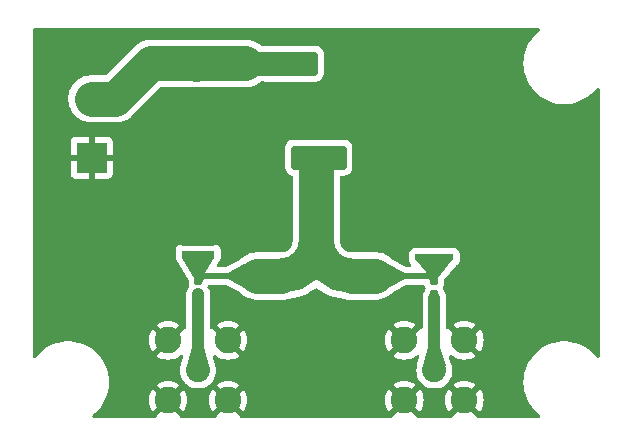
<source format=gbr>
%TF.GenerationSoftware,KiCad,Pcbnew,8.0.2*%
%TF.CreationDate,2025-01-11T01:21:35-03:00*%
%TF.ProjectId,LED,4c45442e-6b69-4636-9164-5f7063625858,rev?*%
%TF.SameCoordinates,Original*%
%TF.FileFunction,Copper,L1,Top*%
%TF.FilePolarity,Positive*%
%FSLAX46Y46*%
G04 Gerber Fmt 4.6, Leading zero omitted, Abs format (unit mm)*
G04 Created by KiCad (PCBNEW 8.0.2) date 2025-01-11 01:21:35*
%MOMM*%
%LPD*%
G01*
G04 APERTURE LIST*
G04 Aperture macros list*
%AMRoundRect*
0 Rectangle with rounded corners*
0 $1 Rounding radius*
0 $2 $3 $4 $5 $6 $7 $8 $9 X,Y pos of 4 corners*
0 Add a 4 corners polygon primitive as box body*
4,1,4,$2,$3,$4,$5,$6,$7,$8,$9,$2,$3,0*
0 Add four circle primitives for the rounded corners*
1,1,$1+$1,$2,$3*
1,1,$1+$1,$4,$5*
1,1,$1+$1,$6,$7*
1,1,$1+$1,$8,$9*
0 Add four rect primitives between the rounded corners*
20,1,$1+$1,$2,$3,$4,$5,0*
20,1,$1+$1,$4,$5,$6,$7,0*
20,1,$1+$1,$6,$7,$8,$9,0*
20,1,$1+$1,$8,$9,$2,$3,0*%
G04 Aperture macros list end*
%TA.AperFunction,SMDPad,CuDef*%
%ADD10R,2.800000X0.550000*%
%TD*%
%TA.AperFunction,SMDPad,CuDef*%
%ADD11R,2.800000X1.000000*%
%TD*%
%TA.AperFunction,SMDPad,CuDef*%
%ADD12RoundRect,0.250000X-2.100000X0.770000X-2.100000X-0.770000X2.100000X-0.770000X2.100000X0.770000X0*%
%TD*%
%TA.AperFunction,SMDPad,CuDef*%
%ADD13RoundRect,0.155000X0.155000X-0.212500X0.155000X0.212500X-0.155000X0.212500X-0.155000X-0.212500X0*%
%TD*%
%TA.AperFunction,SMDPad,CuDef*%
%ADD14R,3.302000X0.508000*%
%TD*%
%TA.AperFunction,SMDPad,CuDef*%
%ADD15R,3.302000X1.295400*%
%TD*%
%TA.AperFunction,ComponentPad*%
%ADD16R,2.600000X2.600000*%
%TD*%
%TA.AperFunction,ComponentPad*%
%ADD17C,2.600000*%
%TD*%
%TA.AperFunction,ComponentPad*%
%ADD18C,2.050000*%
%TD*%
%TA.AperFunction,ComponentPad*%
%ADD19C,2.250000*%
%TD*%
%TA.AperFunction,ViaPad*%
%ADD20C,0.600000*%
%TD*%
%TA.AperFunction,Conductor*%
%ADD21C,1.000000*%
%TD*%
%TA.AperFunction,Conductor*%
%ADD22C,3.000000*%
%TD*%
%TA.AperFunction,Conductor*%
%ADD23C,2.000000*%
%TD*%
%TA.AperFunction,Conductor*%
%ADD24C,0.500000*%
%TD*%
G04 APERTURE END LIST*
D10*
%TO.P,LED1,1,cathode*%
%TO.N,GND*%
X150000000Y-102875000D03*
D11*
%TO.P,LED1,2,thermal*%
X150000000Y-104000000D03*
D10*
%TO.P,LED1,3,anode*%
%TO.N,Net-(LED1-anode)*%
X150000000Y-105125000D03*
%TD*%
D12*
%TO.P,L1,1,1*%
%TO.N,Net-(LED1-anode)*%
X160210000Y-96980000D03*
%TO.P,L1,2,2*%
%TO.N,Net-(J3-Pin_2)*%
X157790000Y-89020000D03*
%TD*%
D13*
%TO.P,C2,1*%
%TO.N,Net-(J2-In)*%
X150000000Y-108567500D03*
%TO.P,C2,2*%
%TO.N,Net-(LED1-anode)*%
X150000000Y-107432500D03*
%TD*%
D14*
%TO.P,LED2,1,cathode*%
%TO.N,GND*%
X170000000Y-102603000D03*
D15*
%TO.P,LED2,2,thermal*%
X170000000Y-104000000D03*
D14*
%TO.P,LED2,3,anode*%
%TO.N,Net-(LED1-anode)*%
X170000000Y-105397000D03*
%TD*%
D13*
%TO.P,C1,1*%
%TO.N,Net-(J1-In)*%
X170000000Y-108567500D03*
%TO.P,C1,2*%
%TO.N,Net-(LED1-anode)*%
X170000000Y-107432500D03*
%TD*%
D16*
%TO.P,J3,1,Pin_1*%
%TO.N,GND*%
X141000000Y-97000000D03*
D17*
%TO.P,J3,2,Pin_2*%
%TO.N,Net-(J3-Pin_2)*%
X141000000Y-92000000D03*
%TD*%
D18*
%TO.P,J2,1,In*%
%TO.N,Net-(J2-In)*%
X150000000Y-115000000D03*
D19*
%TO.P,J2,2,Ext*%
%TO.N,GND*%
X152540000Y-117540000D03*
X147460000Y-117540000D03*
X152540000Y-112460000D03*
X147460000Y-112460000D03*
%TD*%
D18*
%TO.P,J1,1,In*%
%TO.N,Net-(J1-In)*%
X170000000Y-115000000D03*
D19*
%TO.P,J1,2,Ext*%
%TO.N,GND*%
X172540000Y-117540000D03*
X167460000Y-117540000D03*
X172540000Y-112460000D03*
X167460000Y-112460000D03*
%TD*%
D20*
%TO.N,GND*%
X152000000Y-102000000D03*
X171000000Y-102000000D03*
X175000000Y-103000000D03*
X166000000Y-104000000D03*
X148000000Y-101000000D03*
X173000000Y-104000000D03*
X150000000Y-100000000D03*
X165000000Y-103000000D03*
X174000000Y-105000000D03*
X145000000Y-106000000D03*
X148000000Y-102000000D03*
X151000000Y-101000000D03*
X171000000Y-100000000D03*
X172000000Y-103000000D03*
X147000000Y-104000000D03*
X149000000Y-102000000D03*
X148000000Y-103000000D03*
X168000000Y-102000000D03*
X173000000Y-105000000D03*
X146000000Y-105000000D03*
X146000000Y-102000000D03*
X166000000Y-103000000D03*
X167000000Y-104000000D03*
X147000000Y-103000000D03*
X170000000Y-100000000D03*
X145000000Y-104000000D03*
X174000000Y-102000000D03*
X175000000Y-104000000D03*
X169000000Y-100000000D03*
X153000000Y-105000000D03*
X154000000Y-102000000D03*
X150000000Y-104000000D03*
X167000000Y-103000000D03*
X173000000Y-106000000D03*
X147000000Y-101000000D03*
X169000000Y-104000000D03*
X167000000Y-101000000D03*
X146000000Y-104000000D03*
X171000000Y-101000000D03*
X170000000Y-102000000D03*
X148000000Y-100000000D03*
X168000000Y-100000000D03*
X155000000Y-103000000D03*
X146000000Y-106000000D03*
X173000000Y-101000000D03*
X150000000Y-102000000D03*
X152000000Y-100000000D03*
X167000000Y-102000000D03*
X170000000Y-101000000D03*
X166000000Y-102000000D03*
X149000000Y-101000000D03*
X168000000Y-101000000D03*
X169000000Y-102000000D03*
X174000000Y-103000000D03*
X169000000Y-101000000D03*
X149000000Y-104000000D03*
X150000000Y-101000000D03*
X174000000Y-104000000D03*
X145000000Y-103000000D03*
X149000000Y-100000000D03*
X173000000Y-102000000D03*
X152000000Y-104000000D03*
X168000000Y-103000000D03*
X172000000Y-102000000D03*
X175000000Y-105000000D03*
X171000000Y-104000000D03*
X147000000Y-102000000D03*
X167000000Y-105000000D03*
X174000000Y-106000000D03*
X172000000Y-101000000D03*
X151000000Y-102000000D03*
X151000000Y-104000000D03*
X152000000Y-101000000D03*
X147000000Y-105000000D03*
X153000000Y-101000000D03*
X152000000Y-103000000D03*
X147000000Y-106000000D03*
X153000000Y-103000000D03*
X151000000Y-100000000D03*
X165000000Y-104000000D03*
X153000000Y-102000000D03*
X148000000Y-104000000D03*
X173000000Y-103000000D03*
X154000000Y-103000000D03*
X153000000Y-104000000D03*
X170000000Y-104000000D03*
X146000000Y-103000000D03*
X145000000Y-105000000D03*
X175000000Y-106000000D03*
X155000000Y-104000000D03*
X154000000Y-104000000D03*
X172000000Y-100000000D03*
X168000000Y-104000000D03*
X172000000Y-104000000D03*
%TD*%
D21*
%TO.N,Net-(J1-In)*%
X170000000Y-115000000D02*
X170000000Y-108862500D01*
%TO.N,Net-(J2-In)*%
X150000000Y-108567500D02*
X150000000Y-115000000D01*
D22*
%TO.N,Net-(J3-Pin_2)*%
X149805001Y-89000000D02*
X149785001Y-89020000D01*
X146000000Y-89000000D02*
X143000000Y-92000000D01*
D23*
X154000000Y-89000000D02*
X154020000Y-89020000D01*
D22*
X154000000Y-89000000D02*
X149805001Y-89000000D01*
X143000000Y-92000000D02*
X141000000Y-92000000D01*
X149785001Y-89020000D02*
X149765001Y-89000000D01*
X149765001Y-89000000D02*
X146000000Y-89000000D01*
D23*
X154020000Y-89020000D02*
X157790000Y-89020000D01*
%TO.N,Net-(LED1-anode)*%
X160210000Y-97790000D02*
X160000000Y-98000000D01*
D22*
X157000000Y-107000000D02*
X155000781Y-107000000D01*
X163000000Y-107000000D02*
X165000000Y-107000000D01*
D24*
X155000000Y-107000781D02*
X150375663Y-107000781D01*
D22*
X160000000Y-98000000D02*
X160000000Y-104000000D01*
X155000781Y-107000000D02*
X155000000Y-107000781D01*
D24*
X165000000Y-107000000D02*
X169567500Y-107000000D01*
D23*
X160210000Y-96980000D02*
X160210000Y-97790000D01*
D24*
X150375663Y-107000781D02*
G75*
G03*
X149999962Y-107432500I62837J-434019D01*
G01*
X169567500Y-107000000D02*
G75*
G02*
X170000000Y-107432500I0J-432500D01*
G01*
D22*
X160000000Y-104000000D02*
G75*
G02*
X157000000Y-107000000I-3000000J0D01*
G01*
X160000000Y-104000000D02*
G75*
G03*
X163000000Y-107000000I3000000J0D01*
G01*
%TD*%
%TA.AperFunction,Conductor*%
%TO.N,Net-(LED1-anode)*%
G36*
X151347278Y-105414352D02*
G01*
X151361630Y-105449000D01*
X151354441Y-105474551D01*
X150314330Y-107176551D01*
X150284016Y-107198632D01*
X150272519Y-107200000D01*
X149727481Y-107200000D01*
X149692833Y-107185648D01*
X149685670Y-107176551D01*
X148645559Y-105474551D01*
X148639738Y-105437503D01*
X148661819Y-105407189D01*
X148687370Y-105400000D01*
X151312630Y-105400000D01*
X151347278Y-105414352D01*
G37*
%TD.AperFunction*%
%TD*%
%TA.AperFunction,Conductor*%
%TO.N,Net-(LED1-anode)*%
G36*
X171531700Y-105614352D02*
G01*
X171546052Y-105649000D01*
X171535082Y-105679899D01*
X170314707Y-107181899D01*
X170281719Y-107199740D01*
X170276677Y-107200000D01*
X169723323Y-107200000D01*
X169688675Y-107185648D01*
X169685293Y-107181899D01*
X168464918Y-105679899D01*
X168454208Y-105643958D01*
X168472049Y-105610970D01*
X168502948Y-105600000D01*
X171497052Y-105600000D01*
X171531700Y-105614352D01*
G37*
%TD.AperFunction*%
%TD*%
%TA.AperFunction,Conductor*%
%TO.N,GND*%
G36*
X178877052Y-86019962D02*
G01*
X178931590Y-86074500D01*
X178951552Y-86149000D01*
X178931590Y-86223500D01*
X178892723Y-86267618D01*
X178762912Y-86366297D01*
X178491275Y-86623604D01*
X178249039Y-86908787D01*
X178249038Y-86908788D01*
X178039071Y-87218469D01*
X178039070Y-87218470D01*
X177863815Y-87549036D01*
X177863811Y-87549043D01*
X177725320Y-87896631D01*
X177625221Y-88257151D01*
X177625220Y-88257156D01*
X177564689Y-88626386D01*
X177564688Y-88626396D01*
X177544432Y-88999991D01*
X177544432Y-89000008D01*
X177564688Y-89373603D01*
X177564689Y-89373613D01*
X177625220Y-89742843D01*
X177625221Y-89742848D01*
X177725320Y-90103368D01*
X177863811Y-90450956D01*
X177863815Y-90450963D01*
X178039070Y-90781529D01*
X178039071Y-90781530D01*
X178249038Y-91091211D01*
X178249039Y-91091212D01*
X178249043Y-91091217D01*
X178249046Y-91091221D01*
X178305031Y-91157131D01*
X178491275Y-91376395D01*
X178762912Y-91633702D01*
X179060778Y-91860135D01*
X179381377Y-92053033D01*
X179381381Y-92053035D01*
X179381383Y-92053036D01*
X179720962Y-92210142D01*
X180075538Y-92329613D01*
X180440951Y-92410046D01*
X180812919Y-92450500D01*
X180812928Y-92450500D01*
X181187072Y-92450500D01*
X181187081Y-92450500D01*
X181559049Y-92410046D01*
X181924462Y-92329613D01*
X182279038Y-92210142D01*
X182618617Y-92053036D01*
X182939220Y-91860136D01*
X183237087Y-91633703D01*
X183508727Y-91376392D01*
X183737438Y-91107132D01*
X183800882Y-91063275D01*
X183877756Y-91057015D01*
X183947460Y-91090031D01*
X183991318Y-91153475D01*
X184000000Y-91203593D01*
X184000000Y-113796406D01*
X183980038Y-113870906D01*
X183925500Y-113925444D01*
X183851000Y-113945406D01*
X183776500Y-113925444D01*
X183737438Y-113892867D01*
X183698073Y-113846523D01*
X183508727Y-113623608D01*
X183237087Y-113366297D01*
X183035771Y-113213260D01*
X182939221Y-113139864D01*
X182618622Y-112946966D01*
X182279038Y-112789858D01*
X181924466Y-112670388D01*
X181924463Y-112670387D01*
X181924462Y-112670387D01*
X181795860Y-112642079D01*
X181559050Y-112589954D01*
X181187081Y-112549500D01*
X180812919Y-112549500D01*
X180812918Y-112549500D01*
X180440949Y-112589954D01*
X180440948Y-112589954D01*
X180075533Y-112670388D01*
X179720961Y-112789858D01*
X179381377Y-112946966D01*
X179060778Y-113139864D01*
X178762912Y-113366297D01*
X178491275Y-113623604D01*
X178249039Y-113908787D01*
X178249038Y-113908788D01*
X178039071Y-114218469D01*
X178039070Y-114218470D01*
X177863815Y-114549036D01*
X177863811Y-114549043D01*
X177725320Y-114896631D01*
X177625221Y-115257151D01*
X177625220Y-115257156D01*
X177564689Y-115626386D01*
X177564688Y-115626396D01*
X177544432Y-115999991D01*
X177544432Y-116000008D01*
X177564688Y-116373603D01*
X177564689Y-116373613D01*
X177625220Y-116742843D01*
X177625221Y-116742848D01*
X177725320Y-117103368D01*
X177863811Y-117450956D01*
X177863815Y-117450963D01*
X178039070Y-117781529D01*
X178039071Y-117781530D01*
X178249038Y-118091211D01*
X178249039Y-118091212D01*
X178249043Y-118091217D01*
X178249046Y-118091221D01*
X178305031Y-118157131D01*
X178491275Y-118376395D01*
X178762912Y-118633702D01*
X178892723Y-118732382D01*
X178939951Y-118793360D01*
X178950364Y-118869782D01*
X178921170Y-118941171D01*
X178860192Y-118988399D01*
X178802552Y-119000000D01*
X173651202Y-119000000D01*
X173576702Y-118980038D01*
X173522164Y-118925500D01*
X173503943Y-118857498D01*
X172940561Y-118294115D01*
X172942626Y-118293260D01*
X173081844Y-118200238D01*
X173200238Y-118081844D01*
X173293260Y-117942626D01*
X173294115Y-117940560D01*
X173855466Y-118501911D01*
X173858719Y-118498102D01*
X173858722Y-118498098D01*
X173992361Y-118280018D01*
X173992364Y-118280013D01*
X174090244Y-118043707D01*
X174149955Y-117794997D01*
X174170024Y-117540000D01*
X174149955Y-117285002D01*
X174090244Y-117036292D01*
X173992365Y-116799988D01*
X173858717Y-116581893D01*
X173858713Y-116581888D01*
X173855466Y-116578087D01*
X173294114Y-117139437D01*
X173293260Y-117137374D01*
X173200238Y-116998156D01*
X173081844Y-116879762D01*
X172942626Y-116786740D01*
X172940560Y-116785884D01*
X173501912Y-116224533D01*
X173501911Y-116224532D01*
X173498107Y-116221283D01*
X173280018Y-116087638D01*
X173280013Y-116087635D01*
X173043707Y-115989755D01*
X172794997Y-115930044D01*
X172540000Y-115909975D01*
X172285002Y-115930044D01*
X172036292Y-115989755D01*
X171799986Y-116087635D01*
X171799981Y-116087638D01*
X171581897Y-116221279D01*
X171581896Y-116221280D01*
X171578087Y-116224532D01*
X171578087Y-116224533D01*
X172139438Y-116785884D01*
X172137374Y-116786740D01*
X171998156Y-116879762D01*
X171879762Y-116998156D01*
X171786740Y-117137374D01*
X171785884Y-117139438D01*
X171224533Y-116578087D01*
X171224532Y-116578087D01*
X171221280Y-116581896D01*
X171221279Y-116581897D01*
X171087638Y-116799981D01*
X171087635Y-116799986D01*
X170989755Y-117036292D01*
X170930044Y-117285002D01*
X170909975Y-117540000D01*
X170930044Y-117794997D01*
X170989755Y-118043707D01*
X171087635Y-118280013D01*
X171087638Y-118280018D01*
X171221283Y-118498107D01*
X171224532Y-118501911D01*
X171224533Y-118501912D01*
X171785884Y-117940560D01*
X171786740Y-117942626D01*
X171879762Y-118081844D01*
X171998156Y-118200238D01*
X172137374Y-118293260D01*
X172139438Y-118294114D01*
X171574545Y-118859008D01*
X171560662Y-118920373D01*
X171508309Y-118977011D01*
X171434651Y-118999885D01*
X171428797Y-119000000D01*
X168571202Y-119000000D01*
X168496702Y-118980038D01*
X168442164Y-118925500D01*
X168423943Y-118857498D01*
X167860561Y-118294115D01*
X167862626Y-118293260D01*
X168001844Y-118200238D01*
X168120238Y-118081844D01*
X168213260Y-117942626D01*
X168214115Y-117940560D01*
X168775466Y-118501911D01*
X168778719Y-118498102D01*
X168778722Y-118498098D01*
X168912361Y-118280018D01*
X168912364Y-118280013D01*
X169010244Y-118043707D01*
X169069955Y-117794997D01*
X169090024Y-117540000D01*
X169069955Y-117285002D01*
X169010244Y-117036292D01*
X168912365Y-116799988D01*
X168778717Y-116581893D01*
X168778713Y-116581888D01*
X168775466Y-116578087D01*
X168214114Y-117139437D01*
X168213260Y-117137374D01*
X168120238Y-116998156D01*
X168001844Y-116879762D01*
X167862626Y-116786740D01*
X167860560Y-116785884D01*
X168421912Y-116224533D01*
X168421911Y-116224532D01*
X168418107Y-116221283D01*
X168200018Y-116087638D01*
X168200013Y-116087635D01*
X167963707Y-115989755D01*
X167714997Y-115930044D01*
X167460000Y-115909975D01*
X167205002Y-115930044D01*
X166956292Y-115989755D01*
X166719986Y-116087635D01*
X166719981Y-116087638D01*
X166501897Y-116221279D01*
X166501896Y-116221280D01*
X166498087Y-116224532D01*
X166498087Y-116224533D01*
X167059438Y-116785884D01*
X167057374Y-116786740D01*
X166918156Y-116879762D01*
X166799762Y-116998156D01*
X166706740Y-117137374D01*
X166705884Y-117139438D01*
X166144533Y-116578087D01*
X166144532Y-116578087D01*
X166141280Y-116581896D01*
X166141279Y-116581897D01*
X166007638Y-116799981D01*
X166007635Y-116799986D01*
X165909755Y-117036292D01*
X165850044Y-117285002D01*
X165829975Y-117540000D01*
X165850044Y-117794997D01*
X165909755Y-118043707D01*
X166007635Y-118280013D01*
X166007638Y-118280018D01*
X166141283Y-118498107D01*
X166144532Y-118501911D01*
X166144533Y-118501912D01*
X166705884Y-117940560D01*
X166706740Y-117942626D01*
X166799762Y-118081844D01*
X166918156Y-118200238D01*
X167057374Y-118293260D01*
X167059438Y-118294114D01*
X166494545Y-118859008D01*
X166480662Y-118920373D01*
X166428309Y-118977011D01*
X166354651Y-118999885D01*
X166348797Y-119000000D01*
X153651202Y-119000000D01*
X153576702Y-118980038D01*
X153522164Y-118925500D01*
X153503943Y-118857498D01*
X152940561Y-118294115D01*
X152942626Y-118293260D01*
X153081844Y-118200238D01*
X153200238Y-118081844D01*
X153293260Y-117942626D01*
X153294115Y-117940560D01*
X153855466Y-118501911D01*
X153858719Y-118498102D01*
X153858722Y-118498098D01*
X153992361Y-118280018D01*
X153992364Y-118280013D01*
X154090244Y-118043707D01*
X154149955Y-117794997D01*
X154170024Y-117540000D01*
X154149955Y-117285002D01*
X154090244Y-117036292D01*
X153992365Y-116799988D01*
X153858717Y-116581893D01*
X153858713Y-116581888D01*
X153855466Y-116578087D01*
X153294114Y-117139437D01*
X153293260Y-117137374D01*
X153200238Y-116998156D01*
X153081844Y-116879762D01*
X152942626Y-116786740D01*
X152940560Y-116785884D01*
X153501912Y-116224533D01*
X153501911Y-116224532D01*
X153498107Y-116221283D01*
X153280018Y-116087638D01*
X153280013Y-116087635D01*
X153043707Y-115989755D01*
X152794997Y-115930044D01*
X152540000Y-115909975D01*
X152285002Y-115930044D01*
X152036292Y-115989755D01*
X151799986Y-116087635D01*
X151799981Y-116087638D01*
X151581897Y-116221279D01*
X151581896Y-116221280D01*
X151578087Y-116224532D01*
X151578087Y-116224533D01*
X152139438Y-116785884D01*
X152137374Y-116786740D01*
X151998156Y-116879762D01*
X151879762Y-116998156D01*
X151786740Y-117137374D01*
X151785884Y-117139438D01*
X151224533Y-116578087D01*
X151224532Y-116578087D01*
X151221280Y-116581896D01*
X151221279Y-116581897D01*
X151087638Y-116799981D01*
X151087635Y-116799986D01*
X150989755Y-117036292D01*
X150930044Y-117285002D01*
X150909975Y-117540000D01*
X150930044Y-117794997D01*
X150989755Y-118043707D01*
X151087635Y-118280013D01*
X151087638Y-118280018D01*
X151221283Y-118498107D01*
X151224532Y-118501911D01*
X151224533Y-118501912D01*
X151785884Y-117940560D01*
X151786740Y-117942626D01*
X151879762Y-118081844D01*
X151998156Y-118200238D01*
X152137374Y-118293260D01*
X152139438Y-118294114D01*
X151574545Y-118859008D01*
X151560662Y-118920373D01*
X151508309Y-118977011D01*
X151434651Y-118999885D01*
X151428797Y-119000000D01*
X148571202Y-119000000D01*
X148496702Y-118980038D01*
X148442164Y-118925500D01*
X148423943Y-118857498D01*
X147860561Y-118294115D01*
X147862626Y-118293260D01*
X148001844Y-118200238D01*
X148120238Y-118081844D01*
X148213260Y-117942626D01*
X148214115Y-117940560D01*
X148775466Y-118501911D01*
X148778719Y-118498102D01*
X148778722Y-118498098D01*
X148912361Y-118280018D01*
X148912364Y-118280013D01*
X149010244Y-118043707D01*
X149069955Y-117794997D01*
X149090024Y-117540000D01*
X149069955Y-117285002D01*
X149010244Y-117036292D01*
X148912365Y-116799988D01*
X148778717Y-116581893D01*
X148778713Y-116581888D01*
X148775466Y-116578087D01*
X148214114Y-117139437D01*
X148213260Y-117137374D01*
X148120238Y-116998156D01*
X148001844Y-116879762D01*
X147862626Y-116786740D01*
X147860560Y-116785884D01*
X148421912Y-116224533D01*
X148421911Y-116224532D01*
X148418107Y-116221283D01*
X148200018Y-116087638D01*
X148200013Y-116087635D01*
X147963707Y-115989755D01*
X147714997Y-115930044D01*
X147460000Y-115909975D01*
X147205002Y-115930044D01*
X146956292Y-115989755D01*
X146719986Y-116087635D01*
X146719981Y-116087638D01*
X146501897Y-116221279D01*
X146501896Y-116221280D01*
X146498087Y-116224532D01*
X146498087Y-116224533D01*
X147059438Y-116785884D01*
X147057374Y-116786740D01*
X146918156Y-116879762D01*
X146799762Y-116998156D01*
X146706740Y-117137374D01*
X146705884Y-117139438D01*
X146144533Y-116578087D01*
X146144532Y-116578087D01*
X146141280Y-116581896D01*
X146141279Y-116581897D01*
X146007638Y-116799981D01*
X146007635Y-116799986D01*
X145909755Y-117036292D01*
X145850044Y-117285002D01*
X145829975Y-117540000D01*
X145850044Y-117794997D01*
X145909755Y-118043707D01*
X146007635Y-118280013D01*
X146007638Y-118280018D01*
X146141283Y-118498107D01*
X146144532Y-118501911D01*
X146144533Y-118501912D01*
X146705884Y-117940560D01*
X146706740Y-117942626D01*
X146799762Y-118081844D01*
X146918156Y-118200238D01*
X147057374Y-118293260D01*
X147059438Y-118294114D01*
X146494545Y-118859008D01*
X146480662Y-118920373D01*
X146428309Y-118977011D01*
X146354651Y-118999885D01*
X146348797Y-119000000D01*
X141197448Y-119000000D01*
X141122948Y-118980038D01*
X141068410Y-118925500D01*
X141048448Y-118851000D01*
X141068410Y-118776500D01*
X141107277Y-118732382D01*
X141237087Y-118633703D01*
X141508727Y-118376392D01*
X141750954Y-118091221D01*
X141960928Y-117781531D01*
X142136189Y-117450955D01*
X142274680Y-117103368D01*
X142374779Y-116742845D01*
X142435311Y-116373613D01*
X142449347Y-116114734D01*
X142455568Y-116000008D01*
X142455568Y-115999991D01*
X142439015Y-115694700D01*
X142435311Y-115626387D01*
X142374779Y-115257155D01*
X142274680Y-114896632D01*
X142136189Y-114549045D01*
X142024745Y-114338840D01*
X141960929Y-114218470D01*
X141960928Y-114218469D01*
X141750961Y-113908788D01*
X141750960Y-113908787D01*
X141750957Y-113908783D01*
X141750954Y-113908779D01*
X141587923Y-113716845D01*
X141508724Y-113623604D01*
X141237087Y-113366297D01*
X140939221Y-113139864D01*
X140618622Y-112946966D01*
X140279038Y-112789858D01*
X139924466Y-112670388D01*
X139924463Y-112670387D01*
X139924462Y-112670387D01*
X139795860Y-112642079D01*
X139559050Y-112589954D01*
X139187081Y-112549500D01*
X138812919Y-112549500D01*
X138812918Y-112549500D01*
X138440949Y-112589954D01*
X138440948Y-112589954D01*
X138075533Y-112670388D01*
X137720961Y-112789858D01*
X137381377Y-112946966D01*
X137060778Y-113139864D01*
X136762912Y-113366297D01*
X136491275Y-113623605D01*
X136262562Y-113892867D01*
X136199117Y-113936724D01*
X136122244Y-113942984D01*
X136052539Y-113909968D01*
X136008682Y-113846523D01*
X136000000Y-113796406D01*
X136000000Y-112460000D01*
X145829975Y-112460000D01*
X145850044Y-112714997D01*
X145909755Y-112963707D01*
X146007635Y-113200013D01*
X146007638Y-113200018D01*
X146141283Y-113418107D01*
X146144532Y-113421911D01*
X146144533Y-113421912D01*
X146705884Y-112860560D01*
X146706740Y-112862626D01*
X146799762Y-113001844D01*
X146918156Y-113120238D01*
X147057374Y-113213260D01*
X147059438Y-113214114D01*
X146498087Y-113775466D01*
X146498087Y-113775467D01*
X146501888Y-113778713D01*
X146501893Y-113778717D01*
X146719988Y-113912365D01*
X146956292Y-114010244D01*
X147205002Y-114069955D01*
X147460000Y-114090024D01*
X147714997Y-114069955D01*
X147963707Y-114010244D01*
X148200011Y-113912365D01*
X148418103Y-113778719D01*
X148490546Y-113716846D01*
X148560160Y-113683641D01*
X148637051Y-113689692D01*
X148700615Y-113733377D01*
X148733820Y-113802991D01*
X148731027Y-113869488D01*
X148568188Y-114464320D01*
X148567023Y-114468972D01*
X148560148Y-114489783D01*
X148544675Y-114527140D01*
X148488625Y-114760610D01*
X148488623Y-114760617D01*
X148469783Y-115000000D01*
X148488623Y-115239382D01*
X148488625Y-115239389D01*
X148544673Y-115472851D01*
X148544676Y-115472860D01*
X148636564Y-115694698D01*
X148636565Y-115694700D01*
X148762029Y-115899441D01*
X148847915Y-116000000D01*
X148917973Y-116082027D01*
X149009267Y-116159999D01*
X149100558Y-116237970D01*
X149100560Y-116237971D01*
X149100561Y-116237972D01*
X149305296Y-116363433D01*
X149527137Y-116455323D01*
X149527144Y-116455324D01*
X149527148Y-116455326D01*
X149643879Y-116483350D01*
X149760621Y-116511377D01*
X150000000Y-116530217D01*
X150239379Y-116511377D01*
X150472863Y-116455323D01*
X150694704Y-116363433D01*
X150899439Y-116237972D01*
X151082027Y-116082027D01*
X151237972Y-115899439D01*
X151363433Y-115694704D01*
X151455323Y-115472863D01*
X151511377Y-115239379D01*
X151530217Y-115000000D01*
X151511377Y-114760621D01*
X151455323Y-114527137D01*
X151439747Y-114489535D01*
X151433635Y-114469356D01*
X151433221Y-114469470D01*
X151279730Y-113908787D01*
X151268970Y-113869486D01*
X151268553Y-113792360D01*
X151306755Y-113725358D01*
X151373341Y-113686433D01*
X151450468Y-113686015D01*
X151509451Y-113716845D01*
X151581892Y-113778716D01*
X151799988Y-113912365D01*
X152036292Y-114010244D01*
X152285002Y-114069955D01*
X152540000Y-114090024D01*
X152794997Y-114069955D01*
X153043707Y-114010244D01*
X153280013Y-113912364D01*
X153280018Y-113912361D01*
X153498098Y-113778722D01*
X153498102Y-113778719D01*
X153501911Y-113775466D01*
X152940561Y-113214115D01*
X152942626Y-113213260D01*
X153081844Y-113120238D01*
X153200238Y-113001844D01*
X153293260Y-112862626D01*
X153294115Y-112860560D01*
X153855466Y-113421911D01*
X153858719Y-113418102D01*
X153858722Y-113418098D01*
X153992361Y-113200018D01*
X153992364Y-113200013D01*
X154090244Y-112963707D01*
X154149955Y-112714997D01*
X154170024Y-112460000D01*
X154149955Y-112205002D01*
X154090244Y-111956292D01*
X153992365Y-111719988D01*
X153858717Y-111501893D01*
X153858713Y-111501888D01*
X153855466Y-111498087D01*
X153294114Y-112059437D01*
X153293260Y-112057374D01*
X153200238Y-111918156D01*
X153081844Y-111799762D01*
X152942626Y-111706740D01*
X152940560Y-111705884D01*
X153501912Y-111144533D01*
X153501911Y-111144532D01*
X153498107Y-111141283D01*
X153280018Y-111007638D01*
X153280013Y-111007635D01*
X153043707Y-110909755D01*
X152794997Y-110850044D01*
X152540000Y-110829975D01*
X152285002Y-110850044D01*
X152036292Y-110909755D01*
X151799986Y-111007635D01*
X151799981Y-111007638D01*
X151581897Y-111141279D01*
X151581896Y-111141280D01*
X151578087Y-111144532D01*
X151578087Y-111144533D01*
X152139438Y-111705884D01*
X152137374Y-111706740D01*
X151998156Y-111799762D01*
X151879762Y-111918156D01*
X151786740Y-112057374D01*
X151785884Y-112059438D01*
X151224533Y-111498087D01*
X151159400Y-111500653D01*
X151159377Y-111500085D01*
X151122369Y-111503004D01*
X151052749Y-111469810D01*
X151009054Y-111406254D01*
X151000500Y-111356495D01*
X151000500Y-108468960D01*
X150984273Y-108387384D01*
X150962051Y-108275665D01*
X150886632Y-108093586D01*
X150885973Y-108092600D01*
X150825200Y-108001647D01*
X150812781Y-107983061D01*
X150787989Y-107910027D01*
X150803036Y-107834381D01*
X150853889Y-107776393D01*
X150926924Y-107751600D01*
X150936670Y-107751281D01*
X152327867Y-107751281D01*
X152398001Y-107768819D01*
X153401129Y-108303978D01*
X153537915Y-108376952D01*
X153573140Y-108403055D01*
X153678149Y-108508064D01*
X153886198Y-108667705D01*
X154113303Y-108798824D01*
X154249130Y-108855085D01*
X154355572Y-108899176D01*
X154355576Y-108899177D01*
X154355581Y-108899179D01*
X154608884Y-108967052D01*
X154608890Y-108967052D01*
X154608891Y-108967053D01*
X154679579Y-108976358D01*
X154868880Y-109001280D01*
X155131120Y-109001280D01*
X155135987Y-109000961D01*
X155136003Y-109001208D01*
X155146810Y-109000500D01*
X157206818Y-109000500D01*
X157206822Y-109000500D01*
X157619054Y-108966341D01*
X158027057Y-108898258D01*
X158428044Y-108796714D01*
X158819276Y-108662404D01*
X159198080Y-108496245D01*
X159561869Y-108299372D01*
X159908159Y-108073130D01*
X159908470Y-108072888D01*
X159908538Y-108072859D01*
X159910669Y-108071338D01*
X159911009Y-108071815D01*
X159979518Y-108042874D01*
X160056055Y-108052406D01*
X160089189Y-108071536D01*
X160089331Y-108071338D01*
X160091383Y-108072803D01*
X160091530Y-108072888D01*
X160091841Y-108073130D01*
X160438131Y-108299372D01*
X160801920Y-108496245D01*
X161180724Y-108662404D01*
X161571956Y-108796714D01*
X161972943Y-108898258D01*
X162380946Y-108966341D01*
X162793178Y-109000500D01*
X162793182Y-109000500D01*
X165131122Y-109000500D01*
X165131122Y-109000499D01*
X165391108Y-108966271D01*
X165391110Y-108966271D01*
X165391111Y-108966270D01*
X165391116Y-108966270D01*
X165644415Y-108898399D01*
X165644416Y-108898399D01*
X165644417Y-108898398D01*
X165644419Y-108898398D01*
X165886697Y-108798043D01*
X166113803Y-108666924D01*
X166321851Y-108507282D01*
X166424741Y-108404390D01*
X166459918Y-108378313D01*
X167602965Y-107768059D01*
X167673139Y-107750500D01*
X169081174Y-107750500D01*
X169155674Y-107770462D01*
X169210212Y-107825000D01*
X169224258Y-107857930D01*
X169238630Y-107907400D01*
X169248538Y-107924153D01*
X169269279Y-107998440D01*
X169250098Y-108073145D01*
X169248538Y-108075847D01*
X169238630Y-108092599D01*
X169190300Y-108258953D01*
X169188612Y-108258462D01*
X169170599Y-108302932D01*
X169113373Y-108388576D01*
X169113364Y-108388594D01*
X169037949Y-108570663D01*
X169037948Y-108570665D01*
X168999500Y-108763960D01*
X168999500Y-111356511D01*
X168979538Y-111431011D01*
X168925000Y-111485549D01*
X168850500Y-111505511D01*
X168830933Y-111500268D01*
X168775466Y-111498087D01*
X168214114Y-112059438D01*
X168213260Y-112057374D01*
X168120238Y-111918156D01*
X168001844Y-111799762D01*
X167862626Y-111706740D01*
X167860560Y-111705884D01*
X168421912Y-111144533D01*
X168421911Y-111144532D01*
X168418107Y-111141283D01*
X168200018Y-111007638D01*
X168200013Y-111007635D01*
X167963707Y-110909755D01*
X167714997Y-110850044D01*
X167460000Y-110829975D01*
X167205002Y-110850044D01*
X166956292Y-110909755D01*
X166719986Y-111007635D01*
X166719981Y-111007638D01*
X166501897Y-111141279D01*
X166501896Y-111141280D01*
X166498087Y-111144532D01*
X166498087Y-111144533D01*
X167059438Y-111705884D01*
X167057374Y-111706740D01*
X166918156Y-111799762D01*
X166799762Y-111918156D01*
X166706740Y-112057374D01*
X166705884Y-112059438D01*
X166144533Y-111498087D01*
X166144532Y-111498087D01*
X166141280Y-111501896D01*
X166141279Y-111501897D01*
X166007638Y-111719981D01*
X166007635Y-111719986D01*
X165909755Y-111956292D01*
X165850044Y-112205002D01*
X165829975Y-112460000D01*
X165850044Y-112714997D01*
X165909755Y-112963707D01*
X166007635Y-113200013D01*
X166007638Y-113200018D01*
X166141283Y-113418107D01*
X166144532Y-113421911D01*
X166144533Y-113421912D01*
X166705884Y-112860560D01*
X166706740Y-112862626D01*
X166799762Y-113001844D01*
X166918156Y-113120238D01*
X167057374Y-113213260D01*
X167059438Y-113214114D01*
X166498087Y-113775466D01*
X166498087Y-113775467D01*
X166501888Y-113778713D01*
X166501893Y-113778717D01*
X166719988Y-113912365D01*
X166956292Y-114010244D01*
X167205002Y-114069955D01*
X167460000Y-114090024D01*
X167714997Y-114069955D01*
X167963707Y-114010244D01*
X168200011Y-113912365D01*
X168418103Y-113778719D01*
X168490546Y-113716846D01*
X168560160Y-113683641D01*
X168637051Y-113689692D01*
X168700615Y-113733377D01*
X168733820Y-113802991D01*
X168731027Y-113869488D01*
X168568188Y-114464320D01*
X168567023Y-114468972D01*
X168560148Y-114489783D01*
X168544675Y-114527140D01*
X168488625Y-114760610D01*
X168488623Y-114760617D01*
X168469783Y-115000000D01*
X168488623Y-115239382D01*
X168488625Y-115239389D01*
X168544673Y-115472851D01*
X168544676Y-115472860D01*
X168636564Y-115694698D01*
X168636565Y-115694700D01*
X168762029Y-115899441D01*
X168847915Y-116000000D01*
X168917973Y-116082027D01*
X169009267Y-116159999D01*
X169100558Y-116237970D01*
X169100560Y-116237971D01*
X169100561Y-116237972D01*
X169305296Y-116363433D01*
X169527137Y-116455323D01*
X169527144Y-116455324D01*
X169527148Y-116455326D01*
X169643879Y-116483350D01*
X169760621Y-116511377D01*
X170000000Y-116530217D01*
X170239379Y-116511377D01*
X170472863Y-116455323D01*
X170694704Y-116363433D01*
X170899439Y-116237972D01*
X171082027Y-116082027D01*
X171237972Y-115899439D01*
X171363433Y-115694704D01*
X171455323Y-115472863D01*
X171511377Y-115239379D01*
X171530217Y-115000000D01*
X171511377Y-114760621D01*
X171455323Y-114527137D01*
X171439747Y-114489535D01*
X171433635Y-114469356D01*
X171433221Y-114469470D01*
X171279730Y-113908787D01*
X171268970Y-113869486D01*
X171268553Y-113792360D01*
X171306755Y-113725358D01*
X171373341Y-113686433D01*
X171450468Y-113686015D01*
X171509451Y-113716845D01*
X171581892Y-113778716D01*
X171799988Y-113912365D01*
X172036292Y-114010244D01*
X172285002Y-114069955D01*
X172540000Y-114090024D01*
X172794997Y-114069955D01*
X173043707Y-114010244D01*
X173280013Y-113912364D01*
X173280018Y-113912361D01*
X173498098Y-113778722D01*
X173498102Y-113778719D01*
X173501911Y-113775466D01*
X172940561Y-113214115D01*
X172942626Y-113213260D01*
X173081844Y-113120238D01*
X173200238Y-113001844D01*
X173293260Y-112862626D01*
X173294115Y-112860560D01*
X173855466Y-113421911D01*
X173858719Y-113418102D01*
X173858722Y-113418098D01*
X173992361Y-113200018D01*
X173992364Y-113200013D01*
X174090244Y-112963707D01*
X174149955Y-112714997D01*
X174170024Y-112460000D01*
X174149955Y-112205002D01*
X174090244Y-111956292D01*
X173992365Y-111719988D01*
X173858717Y-111501893D01*
X173858713Y-111501888D01*
X173855466Y-111498087D01*
X173294114Y-112059437D01*
X173293260Y-112057374D01*
X173200238Y-111918156D01*
X173081844Y-111799762D01*
X172942626Y-111706740D01*
X172940560Y-111705884D01*
X173501912Y-111144533D01*
X173501911Y-111144532D01*
X173498107Y-111141283D01*
X173280018Y-111007638D01*
X173280013Y-111007635D01*
X173043707Y-110909755D01*
X172794997Y-110850044D01*
X172540000Y-110829975D01*
X172285002Y-110850044D01*
X172036292Y-110909755D01*
X171799986Y-111007635D01*
X171799981Y-111007638D01*
X171581897Y-111141279D01*
X171581896Y-111141280D01*
X171578087Y-111144532D01*
X171578087Y-111144533D01*
X172139438Y-111705884D01*
X172137374Y-111706740D01*
X171998156Y-111799762D01*
X171879762Y-111918156D01*
X171786740Y-112057374D01*
X171785884Y-112059438D01*
X171224533Y-111498087D01*
X171159400Y-111500653D01*
X171159377Y-111500085D01*
X171122369Y-111503004D01*
X171052749Y-111469810D01*
X171009054Y-111406254D01*
X171000500Y-111356495D01*
X171000500Y-108763960D01*
X170962051Y-108570665D01*
X170962050Y-108570663D01*
X170931225Y-108496245D01*
X170886632Y-108388586D01*
X170886631Y-108388585D01*
X170886631Y-108388583D01*
X170829400Y-108302932D01*
X170811393Y-108258462D01*
X170809700Y-108258954D01*
X170807576Y-108251642D01*
X170761370Y-108092600D01*
X170761367Y-108092595D01*
X170761367Y-108092594D01*
X170751464Y-108075849D01*
X170730721Y-108001562D01*
X170749901Y-107926857D01*
X170751464Y-107924151D01*
X170759816Y-107910027D01*
X170761370Y-107907400D01*
X170807576Y-107748358D01*
X170810500Y-107711203D01*
X170810499Y-107426220D01*
X170830461Y-107351720D01*
X170843854Y-107332267D01*
X171804582Y-106149832D01*
X171867053Y-106104601D01*
X171868068Y-106104218D01*
X171893331Y-106094796D01*
X172008546Y-106008546D01*
X172094796Y-105893331D01*
X172145091Y-105758483D01*
X172150291Y-105710122D01*
X172151499Y-105698885D01*
X172151499Y-105698882D01*
X172151500Y-105698873D01*
X172151499Y-105095128D01*
X172145091Y-105035517D01*
X172125994Y-104984315D01*
X172094797Y-104900670D01*
X172094795Y-104900666D01*
X172008547Y-104785455D01*
X172008544Y-104785452D01*
X171893333Y-104699204D01*
X171893329Y-104699202D01*
X171758482Y-104648908D01*
X171698876Y-104642500D01*
X168301136Y-104642500D01*
X168301111Y-104642502D01*
X168241521Y-104648908D01*
X168241515Y-104648909D01*
X168106670Y-104699202D01*
X168106666Y-104699204D01*
X167991455Y-104785452D01*
X167991452Y-104785455D01*
X167905204Y-104900666D01*
X167905202Y-104900670D01*
X167854908Y-105035517D01*
X167848500Y-105095114D01*
X167848500Y-105698863D01*
X167848502Y-105698888D01*
X167854908Y-105758478D01*
X167854909Y-105758484D01*
X167905202Y-105893329D01*
X167905205Y-105893333D01*
X167991454Y-106008546D01*
X167991455Y-106008547D01*
X167993446Y-106011206D01*
X168022112Y-106082809D01*
X168011136Y-106159153D01*
X167963460Y-106219780D01*
X167891857Y-106248446D01*
X167874166Y-106249500D01*
X167673139Y-106249500D01*
X167602965Y-106231940D01*
X166459925Y-105621688D01*
X166424740Y-105595607D01*
X166321848Y-105492715D01*
X166113806Y-105333078D01*
X165886701Y-105201959D01*
X165886699Y-105201958D01*
X165886697Y-105201957D01*
X165811154Y-105170666D01*
X165644416Y-105101600D01*
X165397785Y-105035517D01*
X165391116Y-105033730D01*
X165391114Y-105033729D01*
X165391108Y-105033728D01*
X165131123Y-104999500D01*
X165131120Y-104999500D01*
X163006506Y-104999500D01*
X162993519Y-104998933D01*
X162839424Y-104985451D01*
X162813847Y-104980941D01*
X162670745Y-104942597D01*
X162646338Y-104933714D01*
X162512063Y-104871100D01*
X162489571Y-104858114D01*
X162368211Y-104773137D01*
X162348315Y-104756442D01*
X162243557Y-104651684D01*
X162226862Y-104631788D01*
X162209974Y-104607670D01*
X162141885Y-104510428D01*
X162128899Y-104487936D01*
X162090786Y-104406204D01*
X162066284Y-104353660D01*
X162057402Y-104329254D01*
X162019056Y-104186144D01*
X162014549Y-104160582D01*
X162001067Y-104006479D01*
X162000500Y-103993493D01*
X162000500Y-98649499D01*
X162020462Y-98574999D01*
X162075000Y-98520461D01*
X162149500Y-98500499D01*
X162360004Y-98500499D01*
X162360008Y-98500499D01*
X162462797Y-98489999D01*
X162629334Y-98434814D01*
X162778656Y-98342712D01*
X162902712Y-98218656D01*
X162994814Y-98069334D01*
X163049999Y-97902797D01*
X163060500Y-97800009D01*
X163060499Y-96159992D01*
X163049999Y-96057203D01*
X162994814Y-95890666D01*
X162902712Y-95741344D01*
X162778656Y-95617288D01*
X162629334Y-95525186D01*
X162546065Y-95497593D01*
X162462798Y-95470001D01*
X162445665Y-95468250D01*
X162360009Y-95459500D01*
X162360004Y-95459500D01*
X158059996Y-95459500D01*
X157957202Y-95470001D01*
X157790666Y-95525186D01*
X157641343Y-95617288D01*
X157517288Y-95741343D01*
X157425186Y-95890666D01*
X157370001Y-96057201D01*
X157359500Y-96159995D01*
X157359500Y-97800003D01*
X157359501Y-97800008D01*
X157370001Y-97902797D01*
X157425186Y-98069334D01*
X157517288Y-98218656D01*
X157641344Y-98342712D01*
X157790666Y-98434814D01*
X157897369Y-98470172D01*
X157961807Y-98512554D01*
X157996422Y-98581478D01*
X157999500Y-98611608D01*
X157999500Y-103993493D01*
X157998933Y-104006480D01*
X157985451Y-104160575D01*
X157980941Y-104186152D01*
X157942597Y-104329254D01*
X157933714Y-104353661D01*
X157871100Y-104487936D01*
X157858114Y-104510428D01*
X157773137Y-104631788D01*
X157756442Y-104651684D01*
X157651684Y-104756442D01*
X157631788Y-104773137D01*
X157510428Y-104858114D01*
X157487936Y-104871100D01*
X157353661Y-104933714D01*
X157329254Y-104942597D01*
X157186152Y-104980941D01*
X157160575Y-104985451D01*
X157006481Y-104998933D01*
X156993494Y-104999500D01*
X154869657Y-104999500D01*
X154722549Y-105018868D01*
X154722547Y-105018868D01*
X154609673Y-105033727D01*
X154382867Y-105094500D01*
X154382866Y-105094499D01*
X154356362Y-105101601D01*
X154356360Y-105101602D01*
X154114079Y-105201959D01*
X153886974Y-105333078D01*
X153886973Y-105333078D01*
X153806331Y-105394959D01*
X153806330Y-105394960D01*
X153678936Y-105492711D01*
X153575567Y-105596079D01*
X153540433Y-105622133D01*
X152397864Y-106232695D01*
X152327640Y-106250281D01*
X151738478Y-106250281D01*
X151663978Y-106230319D01*
X151609440Y-106175781D01*
X151589478Y-106101281D01*
X151609440Y-106026781D01*
X151611339Y-106023585D01*
X151690938Y-105893331D01*
X151785775Y-105738144D01*
X151798005Y-105710110D01*
X151815288Y-105680411D01*
X151843796Y-105642331D01*
X151894091Y-105507483D01*
X151897464Y-105476108D01*
X151900499Y-105447885D01*
X151900499Y-105447882D01*
X151900500Y-105447873D01*
X151900499Y-104802128D01*
X151894091Y-104742517D01*
X151856788Y-104642502D01*
X151843797Y-104607670D01*
X151843795Y-104607666D01*
X151757547Y-104492455D01*
X151757544Y-104492452D01*
X151642333Y-104406204D01*
X151642329Y-104406202D01*
X151507482Y-104355908D01*
X151447876Y-104349500D01*
X148552136Y-104349500D01*
X148552111Y-104349502D01*
X148492521Y-104355908D01*
X148492515Y-104355909D01*
X148357670Y-104406202D01*
X148357666Y-104406204D01*
X148242455Y-104492452D01*
X148242452Y-104492455D01*
X148156204Y-104607666D01*
X148156202Y-104607670D01*
X148105908Y-104742517D01*
X148099500Y-104802114D01*
X148099500Y-105447863D01*
X148099502Y-105447888D01*
X148105908Y-105507478D01*
X148105909Y-105507484D01*
X148156202Y-105642328D01*
X148156206Y-105642335D01*
X148185146Y-105680995D01*
X148202764Y-105711469D01*
X148214220Y-105738134D01*
X148214229Y-105738152D01*
X149167639Y-107298276D01*
X149189454Y-107372255D01*
X149189500Y-107375972D01*
X149189500Y-107711190D01*
X149189501Y-107711208D01*
X149192423Y-107748354D01*
X149192424Y-107748359D01*
X149219008Y-107839862D01*
X149220623Y-107916973D01*
X149199813Y-107964211D01*
X149113369Y-108093583D01*
X149113367Y-108093587D01*
X149037949Y-108275663D01*
X149037948Y-108275665D01*
X148999500Y-108468960D01*
X148999500Y-111356511D01*
X148979538Y-111431011D01*
X148925000Y-111485549D01*
X148850500Y-111505511D01*
X148830933Y-111500268D01*
X148775466Y-111498087D01*
X148214114Y-112059438D01*
X148213260Y-112057374D01*
X148120238Y-111918156D01*
X148001844Y-111799762D01*
X147862626Y-111706740D01*
X147860560Y-111705884D01*
X148421912Y-111144533D01*
X148421911Y-111144532D01*
X148418107Y-111141283D01*
X148200018Y-111007638D01*
X148200013Y-111007635D01*
X147963707Y-110909755D01*
X147714997Y-110850044D01*
X147460000Y-110829975D01*
X147205002Y-110850044D01*
X146956292Y-110909755D01*
X146719986Y-111007635D01*
X146719981Y-111007638D01*
X146501897Y-111141279D01*
X146501896Y-111141280D01*
X146498087Y-111144532D01*
X146498087Y-111144533D01*
X147059438Y-111705884D01*
X147057374Y-111706740D01*
X146918156Y-111799762D01*
X146799762Y-111918156D01*
X146706740Y-112057374D01*
X146705884Y-112059438D01*
X146144533Y-111498087D01*
X146144532Y-111498087D01*
X146141280Y-111501896D01*
X146141279Y-111501897D01*
X146007638Y-111719981D01*
X146007635Y-111719986D01*
X145909755Y-111956292D01*
X145850044Y-112205002D01*
X145829975Y-112460000D01*
X136000000Y-112460000D01*
X136000000Y-95652177D01*
X139200000Y-95652177D01*
X139200000Y-96750000D01*
X140399999Y-96750000D01*
X140374979Y-96810402D01*
X140350000Y-96935981D01*
X140350000Y-97064019D01*
X140374979Y-97189598D01*
X140399999Y-97250000D01*
X139200000Y-97250000D01*
X139200000Y-98347822D01*
X139200001Y-98347842D01*
X139206401Y-98407377D01*
X139256645Y-98542084D01*
X139256650Y-98542094D01*
X139342809Y-98657187D01*
X139342812Y-98657190D01*
X139457905Y-98743349D01*
X139457915Y-98743354D01*
X139592623Y-98793598D01*
X139592621Y-98793598D01*
X139652157Y-98799998D01*
X139652177Y-98800000D01*
X140750000Y-98800000D01*
X140750000Y-97600001D01*
X140810402Y-97625021D01*
X140935981Y-97650000D01*
X141064019Y-97650000D01*
X141189598Y-97625021D01*
X141250000Y-97600001D01*
X141250000Y-98800000D01*
X142347823Y-98800000D01*
X142347842Y-98799998D01*
X142407377Y-98793598D01*
X142542084Y-98743354D01*
X142542094Y-98743349D01*
X142657187Y-98657190D01*
X142657190Y-98657187D01*
X142743349Y-98542094D01*
X142743354Y-98542084D01*
X142793598Y-98407377D01*
X142799998Y-98347842D01*
X142800000Y-98347822D01*
X142800000Y-97250000D01*
X141600001Y-97250000D01*
X141625021Y-97189598D01*
X141650000Y-97064019D01*
X141650000Y-96935981D01*
X141625021Y-96810402D01*
X141600001Y-96750000D01*
X142800000Y-96750000D01*
X142800000Y-95652177D01*
X142799998Y-95652157D01*
X142793598Y-95592622D01*
X142743354Y-95457915D01*
X142743349Y-95457905D01*
X142657190Y-95342812D01*
X142657187Y-95342809D01*
X142542094Y-95256650D01*
X142542084Y-95256645D01*
X142407376Y-95206401D01*
X142407378Y-95206401D01*
X142347842Y-95200001D01*
X142347823Y-95200000D01*
X141250000Y-95200000D01*
X141250000Y-96399998D01*
X141189598Y-96374979D01*
X141064019Y-96350000D01*
X140935981Y-96350000D01*
X140810402Y-96374979D01*
X140750000Y-96399998D01*
X140750000Y-95200000D01*
X139652177Y-95200000D01*
X139652157Y-95200001D01*
X139592622Y-95206401D01*
X139457915Y-95256645D01*
X139457905Y-95256650D01*
X139342812Y-95342809D01*
X139342809Y-95342812D01*
X139256650Y-95457905D01*
X139256645Y-95457915D01*
X139206401Y-95592622D01*
X139200001Y-95652157D01*
X139200000Y-95652177D01*
X136000000Y-95652177D01*
X136000000Y-91868876D01*
X138999500Y-91868876D01*
X138999500Y-92131123D01*
X139033728Y-92391107D01*
X139033728Y-92391110D01*
X139101600Y-92644415D01*
X139101600Y-92644416D01*
X139201959Y-92886701D01*
X139333078Y-93113806D01*
X139333078Y-93113807D01*
X139492715Y-93321848D01*
X139678151Y-93507284D01*
X139795862Y-93597607D01*
X139886197Y-93666924D01*
X140113303Y-93798043D01*
X140317809Y-93882752D01*
X140355583Y-93898399D01*
X140443332Y-93921910D01*
X140608884Y-93966270D01*
X140608890Y-93966270D01*
X140608891Y-93966271D01*
X140645834Y-93971134D01*
X140868877Y-94000499D01*
X140868878Y-94000500D01*
X140868880Y-94000500D01*
X143131122Y-94000500D01*
X143131122Y-94000499D01*
X143261118Y-93983385D01*
X143391116Y-93966271D01*
X143644419Y-93898398D01*
X143644425Y-93898395D01*
X143644427Y-93898395D01*
X143715388Y-93869001D01*
X143886697Y-93798043D01*
X143952105Y-93760280D01*
X144113803Y-93666924D01*
X144204131Y-93597611D01*
X144321851Y-93507283D01*
X146784993Y-91044141D01*
X146851788Y-91005577D01*
X146890352Y-91000500D01*
X149492206Y-91000500D01*
X149511653Y-91001774D01*
X149653881Y-91020499D01*
X149916121Y-91020499D01*
X150058348Y-91001774D01*
X150077796Y-91000500D01*
X154131122Y-91000500D01*
X154131122Y-91000499D01*
X154391108Y-90966271D01*
X154391110Y-90966271D01*
X154391111Y-90966270D01*
X154391116Y-90966270D01*
X154644415Y-90898399D01*
X154644416Y-90898399D01*
X154644417Y-90898398D01*
X154644419Y-90898398D01*
X154886697Y-90798043D01*
X155113803Y-90666924D01*
X155264498Y-90551291D01*
X155335755Y-90521775D01*
X155355204Y-90520500D01*
X155484492Y-90520500D01*
X155531360Y-90528063D01*
X155533423Y-90528746D01*
X155537203Y-90529999D01*
X155639991Y-90540500D01*
X159940008Y-90540499D01*
X160042797Y-90529999D01*
X160209334Y-90474814D01*
X160358656Y-90382712D01*
X160482712Y-90258656D01*
X160574814Y-90109334D01*
X160629999Y-89942797D01*
X160640500Y-89840009D01*
X160640499Y-88199992D01*
X160629999Y-88097203D01*
X160574814Y-87930666D01*
X160482712Y-87781344D01*
X160358656Y-87657288D01*
X160209334Y-87565186D01*
X160126065Y-87537593D01*
X160042798Y-87510001D01*
X160025665Y-87508250D01*
X159940009Y-87499500D01*
X159940004Y-87499500D01*
X155639996Y-87499500D01*
X155537202Y-87510001D01*
X155531361Y-87511937D01*
X155484493Y-87519500D01*
X155407333Y-87519500D01*
X155332833Y-87499538D01*
X155316627Y-87488709D01*
X155113806Y-87333078D01*
X155020919Y-87279450D01*
X154990641Y-87261969D01*
X154886701Y-87201959D01*
X154886699Y-87201958D01*
X154886697Y-87201957D01*
X154811154Y-87170666D01*
X154644416Y-87101600D01*
X154398005Y-87035576D01*
X154391116Y-87033730D01*
X154391114Y-87033729D01*
X154391108Y-87033728D01*
X154131123Y-86999500D01*
X154131120Y-86999500D01*
X149896121Y-86999500D01*
X145868880Y-86999500D01*
X145868876Y-86999500D01*
X145721768Y-87018868D01*
X145721766Y-87018868D01*
X145608892Y-87033727D01*
X145355577Y-87101603D01*
X145113298Y-87201959D01*
X144886194Y-87333077D01*
X144795867Y-87402388D01*
X144678149Y-87492717D01*
X144678147Y-87492718D01*
X142215007Y-89955859D01*
X142148212Y-89994423D01*
X142109648Y-89999500D01*
X140868876Y-89999500D01*
X140608892Y-90033728D01*
X140608889Y-90033728D01*
X140355584Y-90101600D01*
X140355583Y-90101600D01*
X140113298Y-90201959D01*
X139886193Y-90333078D01*
X139886192Y-90333078D01*
X139678151Y-90492715D01*
X139678151Y-90492716D01*
X139678149Y-90492718D01*
X139492718Y-90678149D01*
X139492716Y-90678151D01*
X139492715Y-90678151D01*
X139333078Y-90886192D01*
X139333078Y-90886193D01*
X139201959Y-91113298D01*
X139101600Y-91355583D01*
X139101600Y-91355584D01*
X139033728Y-91608889D01*
X139033728Y-91608892D01*
X138999500Y-91868876D01*
X136000000Y-91868876D01*
X136000000Y-86149000D01*
X136019962Y-86074500D01*
X136074500Y-86019962D01*
X136149000Y-86000000D01*
X178802552Y-86000000D01*
X178877052Y-86019962D01*
G37*
%TD.AperFunction*%
%TD*%
%TA.AperFunction,Conductor*%
%TO.N,Net-(J1-In)*%
G36*
X170499345Y-112978427D02*
G01*
X170502357Y-112983611D01*
X170944255Y-114597808D01*
X170943134Y-114606692D01*
X170937457Y-114611702D01*
X170004487Y-114999136D01*
X169995532Y-114999144D01*
X169995513Y-114999136D01*
X169062542Y-114611702D01*
X169056216Y-114605365D01*
X169055744Y-114597808D01*
X169497643Y-112983611D01*
X169503133Y-112976536D01*
X169508928Y-112975000D01*
X170491072Y-112975000D01*
X170499345Y-112978427D01*
G37*
%TD.AperFunction*%
%TD*%
%TA.AperFunction,Conductor*%
%TO.N,Net-(J2-In)*%
G36*
X150499345Y-112978427D02*
G01*
X150502357Y-112983611D01*
X150944255Y-114597808D01*
X150943134Y-114606692D01*
X150937457Y-114611702D01*
X150004487Y-114999136D01*
X149995532Y-114999144D01*
X149995513Y-114999136D01*
X149062542Y-114611702D01*
X149056216Y-114605365D01*
X149055744Y-114597808D01*
X149497643Y-112983611D01*
X149503133Y-112976536D01*
X149508928Y-112975000D01*
X150491072Y-112975000D01*
X150499345Y-112978427D01*
G37*
%TD.AperFunction*%
%TD*%
%TA.AperFunction,Conductor*%
%TO.N,Net-(LED1-anode)*%
G36*
X150488833Y-106891000D02*
G01*
X150488833Y-107247740D01*
X150487353Y-107253436D01*
X150315216Y-107562257D01*
X150308194Y-107567815D01*
X150300219Y-107567241D01*
X150289077Y-107562257D01*
X150245389Y-107542714D01*
X150004904Y-107435140D01*
X149998751Y-107428634D01*
X149998096Y-107426095D01*
X149966182Y-107200000D01*
X149947127Y-107065000D01*
X150488833Y-106750781D01*
X150488833Y-106891000D01*
G37*
%TD.AperFunction*%
%TD*%
%TA.AperFunction,Conductor*%
%TO.N,Net-(LED1-anode)*%
G36*
X170052189Y-107065000D02*
G01*
X170033385Y-107200000D01*
X170001893Y-107426088D01*
X169997358Y-107433809D01*
X169995094Y-107435149D01*
X169699730Y-107567667D01*
X169690779Y-107567927D01*
X169684754Y-107562747D01*
X169509598Y-107252678D01*
X169508085Y-107246923D01*
X169508085Y-106963797D01*
X169508085Y-106963796D01*
X169508085Y-106750000D01*
X170052189Y-107065000D01*
G37*
%TD.AperFunction*%
%TD*%
%TA.AperFunction,Conductor*%
%TO.N,Net-(LED1-anode)*%
G36*
X153911342Y-106005909D02*
G01*
X154992302Y-106991359D01*
X154996108Y-106999465D01*
X154993066Y-107007887D01*
X154992308Y-107008646D01*
X153912023Y-107994770D01*
X153903602Y-107997817D01*
X153898628Y-107996452D01*
X153895475Y-107994770D01*
X153639066Y-107857978D01*
X152507098Y-107254084D01*
X152501411Y-107247166D01*
X152500905Y-107243761D01*
X152500905Y-106757794D01*
X152504332Y-106749521D01*
X152507089Y-106747476D01*
X153897948Y-106004235D01*
X153906858Y-106003359D01*
X153911342Y-106005909D01*
G37*
%TD.AperFunction*%
%TD*%
%TA.AperFunction,Conductor*%
%TO.N,Net-(LED1-anode)*%
G36*
X153911342Y-106005909D02*
G01*
X154992302Y-106991359D01*
X154996108Y-106999465D01*
X154993066Y-107007887D01*
X154992308Y-107008646D01*
X153912023Y-107994770D01*
X153903602Y-107997817D01*
X153898628Y-107996452D01*
X153895475Y-107994770D01*
X153639066Y-107857978D01*
X152507098Y-107254084D01*
X152501411Y-107247166D01*
X152500905Y-107243761D01*
X152500905Y-106757794D01*
X152504332Y-106749521D01*
X152507089Y-106747476D01*
X153897948Y-106004235D01*
X153906858Y-106003359D01*
X153911342Y-106005909D01*
G37*
%TD.AperFunction*%
%TD*%
%TA.AperFunction,Conductor*%
%TO.N,Net-(LED1-anode)*%
G36*
X166102493Y-106003892D02*
G01*
X167493810Y-106746695D01*
X167499495Y-106753614D01*
X167500000Y-106757016D01*
X167500000Y-107242983D01*
X167496573Y-107251256D01*
X167493810Y-107253304D01*
X166102493Y-107996107D01*
X166093581Y-107996981D01*
X166089098Y-107994430D01*
X165445982Y-107407754D01*
X165008474Y-107008643D01*
X165004672Y-107000536D01*
X165007716Y-106992115D01*
X165008468Y-106991362D01*
X166089098Y-106005568D01*
X166097519Y-106002525D01*
X166102493Y-106003892D01*
G37*
%TD.AperFunction*%
%TD*%
M02*

</source>
